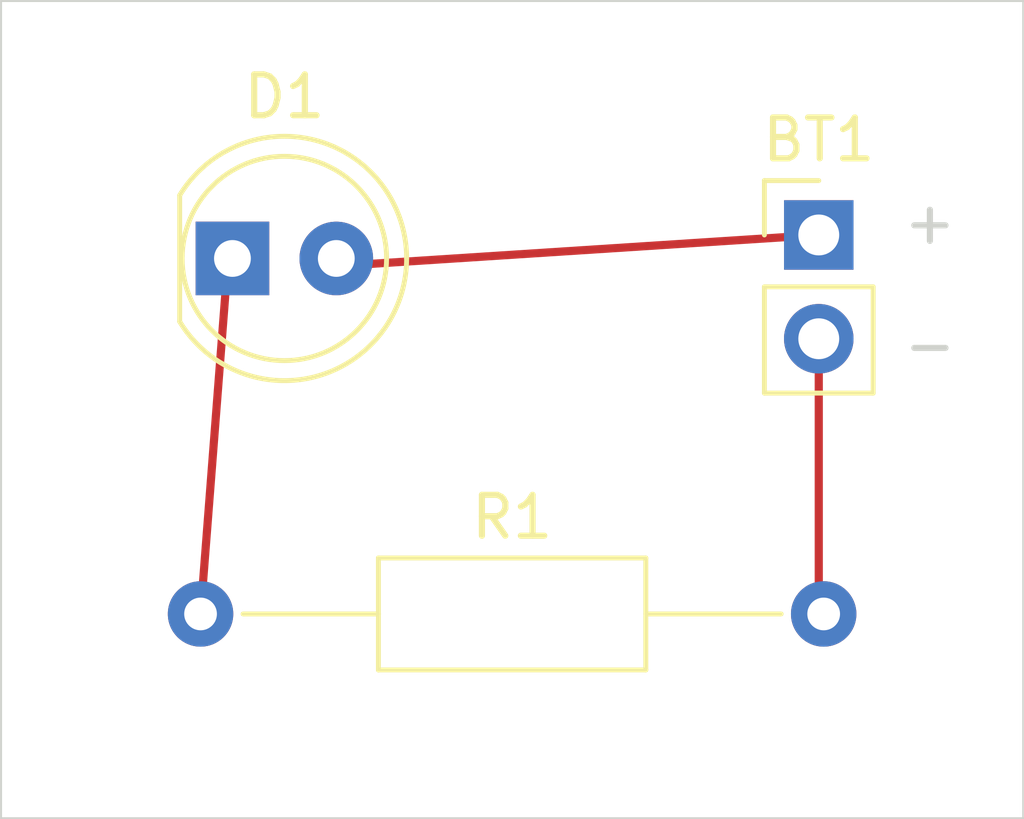
<source format=kicad_pcb>
(kicad_pcb (version 20240108) (generator "pcbnew") (generator_version "8.0")
  (layers (0 "F.Cu" signal) (31 "B.Cu" signal) (34 "B.Paste" user) (35 "F.Paste" user) (36 "B.SilkS" user "B.Silkscreen") (37 "F.SilkS" user "F.Silkscreen") (38 "B.Mask" user) (39 "F.Mask" user) (44 "Edge.Cuts" user))
  (net 0 "")
  (net 1 "Net-(BT1-+)")
  (net 2 "Net-(BT1--)")
  (net 3 "Net-(D1-K)")
  (footprint "Connector_PinHeader_2.54mm:PinHeader_1x02_P2.54mm_Vertical" (layer "F.Cu") (at 120 95.725)
    (property "Reference" "BT1" (at 0 -2.33 0) (layer "F.SilkS"))
    (property "Value" "9V")
    (fp_line (start -1.33 -1.33) (end 0 -1.33) (stroke (width 0.12)) (layer "F.SilkS"))
    (fp_line (start -1.33 0) (end -1.33 -1.33) (stroke (width 0.12)) (layer "F.SilkS"))
    (fp_line (start -1.33 1.27) (end -1.33 3.87) (stroke (width 0.12)) (layer "F.SilkS"))
    (fp_line (start -1.33 1.27) (end 1.33 1.27) (stroke (width 0.12)) (layer "F.SilkS"))
    (fp_line (start -1.33 3.87) (end 1.33 3.87) (stroke (width 0.12)) (layer "F.SilkS"))
    (fp_line (start 1.33 1.27) (end 1.33 3.87) (stroke (width 0.12)) (layer "F.SilkS"))
    (pad "1" thru_hole rect (at 0 0) (size 1.7 1.7) (drill 1) (layers "*.Cu" "*.Mask") (net 1 "Net-(BT1-+)"))
    (pad "2" thru_hole oval (at 0 2.54) (size 1.7 1.7) (drill 1) (layers "*.Cu" "*.Mask") (net 2 "Net-(BT1--)"))
  )
  (footprint "LED_THT:LED_D5.0mm" (layer "F.Cu") (at 105.66 96.3)
    (property "Reference" "D1" (at 1.27 -3.96 0) (layer "F.SilkS"))
    (property "Value" "LED")
    (fp_line (start -1.29 -1.545) (end -1.29 1.545) (stroke (width 0.12)) (layer "F.SilkS"))
    (fp_arc (start -1.29 -1.54483) (mid 2.072002 -2.880433) (end 4.26 0.000462) (stroke (width 0.12)) (layer "F.SilkS"))
    (fp_arc (start 4.26 -0.000462) (mid 2.072002 2.880433) (end -1.29 1.54483) (stroke (width 0.12)) (layer "F.SilkS"))
    (fp_circle (center 1.27 0) (end 3.77 0) (stroke (width 0.12)) (fill none) (layer "F.SilkS"))
    (pad "1" thru_hole rect (at 0 0) (size 1.8 1.8) (drill 0.9) (layers "*.Cu" "*.Mask") (net 3 "Net-(D1-K)"))
    (pad "2" thru_hole circle (at 2.54 0) (size 1.8 1.8) (drill 0.9) (layers "*.Cu" "*.Mask") (net 1 "Net-(BT1-+)"))
  )
  (footprint "Resistor_THT:R_Axial_DIN0207_L6.3mm_D2.5mm_P15.24mm_Horizontal" (layer "F.Cu") (at 104.88 105)
    (property "Reference" "R1" (at 7.62 -2.37 0) (layer "F.SilkS"))
    (property "Value" "470 Ohms")
    (fp_line (start 1.04 0) (end 4.35 0) (stroke (width 0.12)) (layer "F.SilkS"))
    (fp_line (start 4.35 -1.37) (end 4.35 1.37) (stroke (width 0.12)) (layer "F.SilkS"))
    (fp_line (start 4.35 1.37) (end 10.89 1.37) (stroke (width 0.12)) (layer "F.SilkS"))
    (fp_line (start 10.89 -1.37) (end 4.35 -1.37) (stroke (width 0.12)) (layer "F.SilkS"))
    (fp_line (start 10.89 1.37) (end 10.89 -1.37) (stroke (width 0.12)) (layer "F.SilkS"))
    (fp_line (start 14.2 0) (end 10.89 0) (stroke (width 0.12)) (layer "F.SilkS"))
    (pad "1" thru_hole circle (at 0 0) (size 1.6 1.6) (drill 0.8) (layers "*.Cu" "*.Mask") (net 3 "Net-(D1-K)"))
    (pad "2" thru_hole oval (at 15.24 0) (size 1.6 1.6) (drill 0.8) (layers "*.Cu" "*.Mask") (net 2 "Net-(BT1--)"))
  )
  (gr_line (start 120 98) (end 120 104.5) (stroke (width 0.2)) (layer "F.Cu") (net 2))
  (gr_line (start 105.5 97) (end 104.88 105) (stroke (width 0.2)) (layer "F.Cu") (net 3))
  (gr_line (start 108 96.5) (end 120 95.725) (stroke (width 0.2)) (layer "F.Cu") (net 1))
  (gr_line (start 125 110) (end 125 90) (stroke (width 0.05)) (layer "Edge.Cuts"))
  (gr_line (start 125 90) (end 100 90) (stroke (width 0.05)) (layer "Edge.Cuts"))
  (gr_line (start 100 110) (end 125 110) (stroke (width 0.05)) (layer "Edge.Cuts"))
  (gr_line (start 100 90) (end 100 110) (stroke (width 0.05)) (layer "Edge.Cuts"))
  (gr_text "-" (at 122 99 0) (layer "Edge.Cuts") (effects (font (size 1 1)) (justify left bottom)))
  (gr_text "+" (at 122 96 0) (layer "Edge.Cuts") (effects (font (size 1 1)) (justify left bottom)))
)
</source>
